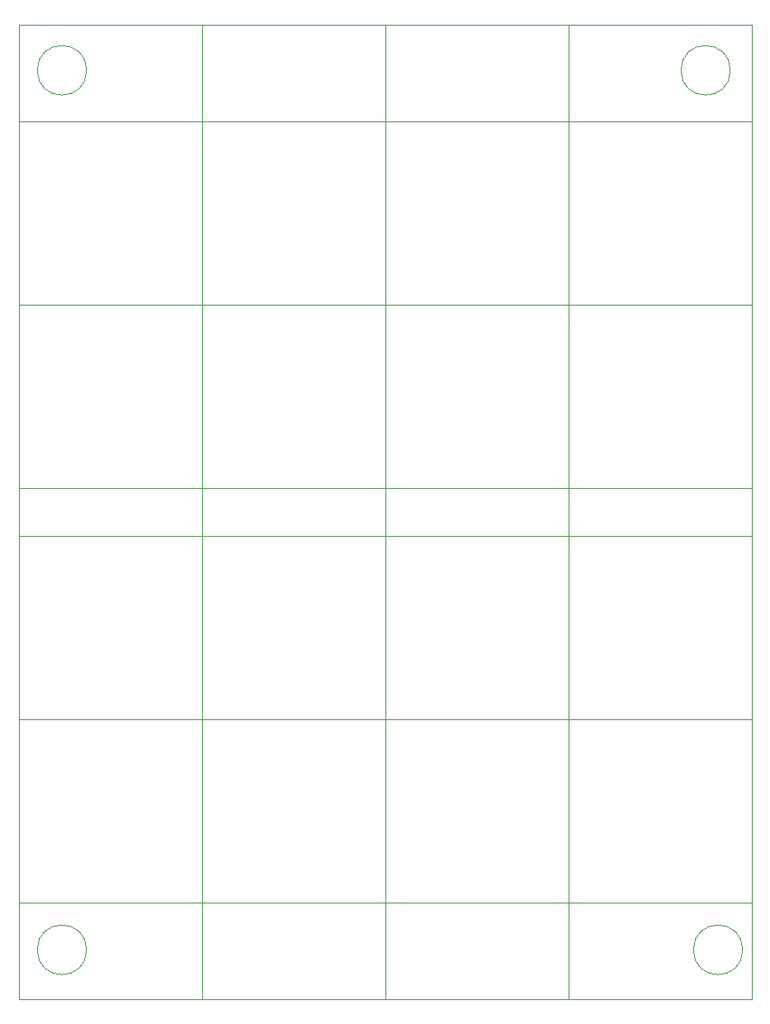
<source format=gm1>
%TF.GenerationSoftware,KiCad,Pcbnew,(5.1.6)-1*%
%TF.CreationDate,2021-05-22T18:41:59+09:00*%
%TF.ProjectId,TinyIR-Panel,54696e79-4952-42d5-9061-6e656c2e6b69,rev?*%
%TF.SameCoordinates,Original*%
%TF.FileFunction,Profile,NP*%
%FSLAX46Y46*%
G04 Gerber Fmt 4.6, Leading zero omitted, Abs format (unit mm)*
G04 Created by KiCad (PCBNEW (5.1.6)-1) date 2021-05-22 18:41:59*
%MOMM*%
%LPD*%
G01*
G04 APERTURE LIST*
%TA.AperFunction,Profile*%
%ADD10C,0.050000*%
%TD*%
G04 APERTURE END LIST*
D10*
X140843000Y-56261000D02*
X140843000Y-56388000D01*
X84455000Y-59817000D02*
X159639000Y-59817000D01*
X159639000Y-78613000D02*
X84455000Y-78613000D01*
X84455000Y-97409000D02*
X159639000Y-97409000D01*
X159639000Y-102362000D02*
X84455000Y-102362000D01*
X84455000Y-121158000D02*
X159639000Y-121158000D01*
X159639000Y-139954000D02*
X84455000Y-139954000D01*
X140843000Y-49911000D02*
X140843000Y-149860000D01*
X122047000Y-149860000D02*
X122047000Y-49911000D01*
X103251000Y-49911000D02*
X103251000Y-149860000D01*
X159651000Y-49911000D02*
X159651000Y-149860000D01*
X84455000Y-149860000D02*
X84455000Y-49911000D01*
X158750000Y-144780000D02*
G75*
G03*
X158750000Y-144780000I-2540000J0D01*
G01*
X91440000Y-54610000D02*
G75*
G03*
X91440000Y-54610000I-2540000J0D01*
G01*
X91440000Y-144780000D02*
G75*
G03*
X91440000Y-144780000I-2540000J0D01*
G01*
X157480000Y-54610000D02*
G75*
G03*
X157480000Y-54610000I-2540000J0D01*
G01*
X159651000Y-149860000D02*
X84455000Y-149860000D01*
X159651000Y-49911000D02*
X84455000Y-49911000D01*
M02*

</source>
